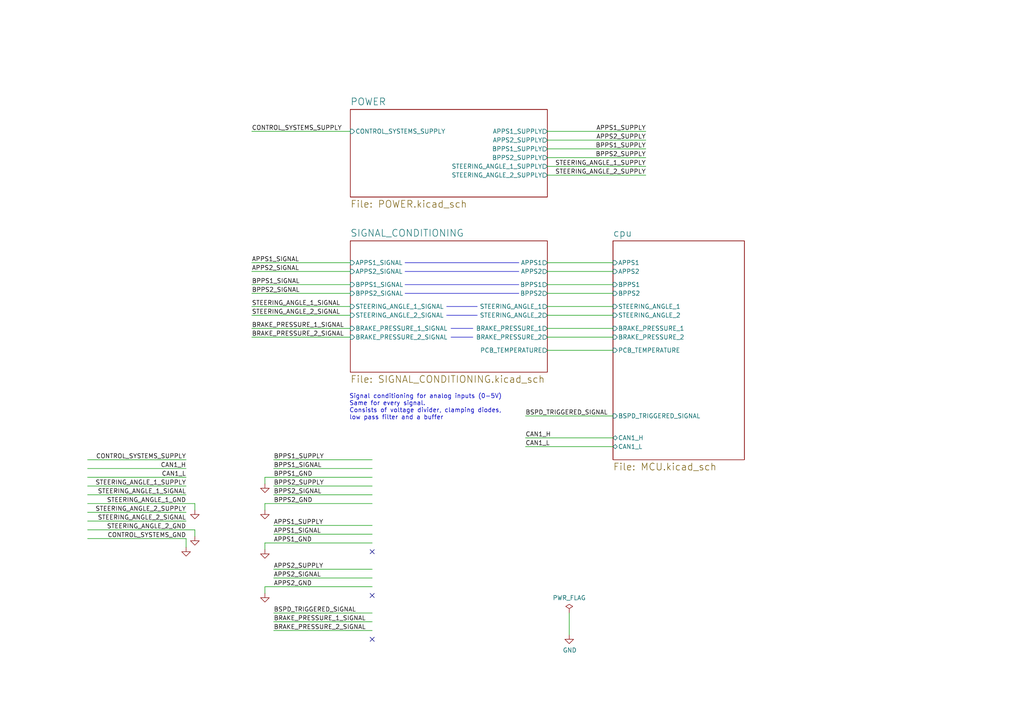
<source format=kicad_sch>
(kicad_sch (version 20230121) (generator eeschema)
  (paper "A4")
  (title_block (title "VEHICLE MEASUREMENT UNIT (VMU)") (date "2020-05-05") (rev "1.0") (company "KTH FORMULA STUDENT") (comment 1 "DeV17/Dev18") (comment 2 "PHILIP LIND") (comment 3 "PHILIND@KTH.SE"))
  (lib_symbols
    (symbol "power:GND" (power) (pin_names (offset 0))
      (property "Value" "GND" (at 0 -3.81 0))
      (symbol "GND_0_1"
        (polyline (pts (xy 0 0) (xy 0 -1.27) (xy 1.27 -1.27) (xy 0 -2.54) (xy -1.27 -1.27) (xy 0 -1.27)))
      )
      (symbol "GND_1_1"
        (pin power_in line (at 0 0 270) (length 0) hide (name "GND") (number "1"))
      )
    )
    (symbol "power:PWR_FLAG" (power) (pin_numbers hide) (pin_names (offset 0) hide)
      (property "Value" "PWR_FLAG" (at 0 3.81 0))
      (symbol "PWR_FLAG_0_0"
        (pin power_out line (at 0 0 90) (length 0) (name "pwr") (number "1"))
      )
      (symbol "PWR_FLAG_0_1"
        (polyline (pts (xy 0 0) (xy 0 1.27) (xy -1.016 1.905) (xy 0 2.54) (xy 1.016 1.905) (xy 0 1.27)))
      )
    )
  )
  (no_connect (at 107.95 160.02))
  (no_connect (at 107.95 185.42))
  (no_connect (at 107.95 172.72))
  (wire (pts (xy 76.835 140.335) (xy 76.835 138.43)))
  (wire (pts (xy 158.75 45.72) (xy 187.325 45.72)))
  (wire (pts (xy 76.835 170.18) (xy 107.95 170.18)))
  (wire (pts (xy 53.975 143.51) (xy 25.4 143.51)))
  (wire (pts (xy 177.8 91.44) (xy 158.75 91.44)))
  (wire (pts (xy 158.75 38.1) (xy 187.325 38.1)))
  (wire (pts (xy 53.975 158.75) (xy 53.975 156.21)))
  (wire (pts (xy 76.835 138.43) (xy 107.95 138.43)))
  (wire (pts (xy 73.025 97.79) (xy 101.6 97.79)))
  (wire (pts (xy 73.025 88.9) (xy 101.6 88.9)))
  (wire (pts (xy 158.75 43.18) (xy 187.325 43.18)))
  (polyline (pts (xy 117.475 82.55) (xy 150.495 82.55)))
  (wire (pts (xy 152.4 129.54) (xy 177.8 129.54)))
  (wire (pts (xy 76.835 157.48) (xy 107.95 157.48)))
  (wire (pts (xy 25.4 138.43) (xy 53.975 138.43)))
  (wire (pts (xy 158.75 40.64) (xy 187.325 40.64)))
  (polyline (pts (xy 137.16 97.79) (xy 130.81 97.79)))
  (wire (pts (xy 158.75 95.25) (xy 177.8 95.25)))
  (wire (pts (xy 158.75 50.8) (xy 187.325 50.8)))
  (wire (pts (xy 25.4 156.21) (xy 53.975 156.21)))
  (wire (pts (xy 165.1 184.15) (xy 165.1 177.8)))
  (wire (pts (xy 73.025 78.74) (xy 101.6 78.74)))
  (wire (pts (xy 73.025 76.2) (xy 101.6 76.2)))
  (wire (pts (xy 79.375 165.1) (xy 107.95 165.1)))
  (wire (pts (xy 73.025 85.09) (xy 101.6 85.09)))
  (wire (pts (xy 76.835 147.955) (xy 76.835 146.05)))
  (wire (pts (xy 79.375 177.8) (xy 107.95 177.8)))
  (wire (pts (xy 73.025 91.44) (xy 101.6 91.44)))
  (wire (pts (xy 25.4 133.35) (xy 53.975 133.35)))
  (wire (pts (xy 79.375 135.89) (xy 107.95 135.89)))
  (wire (pts (xy 76.835 159.385) (xy 76.835 157.48)))
  (wire (pts (xy 158.75 76.2) (xy 177.8 76.2)))
  (wire (pts (xy 56.515 147.955) (xy 56.515 146.05)))
  (polyline (pts (xy 138.43 91.44) (xy 129.54 91.44)))
  (wire (pts (xy 73.025 82.55) (xy 101.6 82.55)))
  (wire (pts (xy 152.4 127) (xy 177.8 127)))
  (wire (pts (xy 79.375 154.94) (xy 107.95 154.94)))
  (polyline (pts (xy 129.54 88.9) (xy 138.43 88.9)))
  (polyline (pts (xy 150.495 85.09) (xy 117.475 85.09)))
  (wire (pts (xy 158.75 82.55) (xy 177.8 82.55)))
  (polyline (pts (xy 117.475 76.2) (xy 150.495 76.2)))
  (wire (pts (xy 177.8 85.09) (xy 158.75 85.09)))
  (wire (pts (xy 158.75 101.6) (xy 177.8 101.6)))
  (wire (pts (xy 152.4 120.65) (xy 177.8 120.65)))
  (polyline (pts (xy 130.81 95.25) (xy 137.16 95.25)))
  (wire (pts (xy 79.375 180.34) (xy 107.95 180.34)))
  (wire (pts (xy 79.375 143.51) (xy 107.95 143.51)))
  (wire (pts (xy 177.8 78.74) (xy 158.75 78.74)))
  (wire (pts (xy 73.025 38.1) (xy 101.6 38.1)))
  (wire (pts (xy 25.4 153.67) (xy 56.515 153.67)))
  (wire (pts (xy 177.8 97.79) (xy 158.75 97.79)))
  (wire (pts (xy 79.375 140.97) (xy 107.95 140.97)))
  (wire (pts (xy 76.835 146.05) (xy 107.95 146.05)))
  (polyline (pts (xy 150.495 78.74) (xy 117.475 78.74)))
  (wire (pts (xy 79.375 152.4) (xy 107.95 152.4)))
  (wire (pts (xy 158.75 88.9) (xy 177.8 88.9)))
  (wire (pts (xy 76.835 172.085) (xy 76.835 170.18)))
  (wire (pts (xy 56.515 153.67) (xy 56.515 155.575)))
  (wire (pts (xy 79.375 167.64) (xy 107.95 167.64)))
  (wire (pts (xy 79.375 133.35) (xy 107.95 133.35)))
  (wire (pts (xy 25.4 148.59) (xy 53.975 148.59)))
  (wire (pts (xy 25.4 135.89) (xy 53.975 135.89)))
  (wire (pts (xy 73.025 95.25) (xy 101.6 95.25)))
  (wire (pts (xy 53.975 151.13) (xy 25.4 151.13)))
  (wire (pts (xy 158.75 48.26) (xy 187.325 48.26)))
  (wire (pts (xy 25.4 140.97) (xy 53.975 140.97)))
  (wire (pts (xy 25.4 146.05) (xy 56.515 146.05)))
  (wire (pts (xy 79.375 182.88) (xy 107.95 182.88)))
  (text " Signal conditioning for analog inputs (0-5V)\n Same for every signal.\n Consists of voltage divider, clamping diodes,\n low pass filter and a buffer" (at 100.33 121.92 0) (effects (font (size 1.27 1.27)) (justify left bottom)))
  (label "BPPS1_SUPPLY" (at 79.375 133.35 0))
  (label "STEERING_ANGLE_1_SUPPLY" (at 53.975 140.97 180))
  (label "STEERING_ANGLE_1_GND" (at 53.975 146.05 180))
  (label "APPS1_SUPPLY" (at 79.375 152.4 0))
  (label "CAN1_L" (at 53.975 138.43 180))
  (label "BPPS2_SIGNAL" (at 73.025 85.09 0))
  (label "BPPS1_SUPPLY" (at 187.325 43.18 180))
  (label "BRAKE_PRESSURE_2_SIGNAL" (at 73.025 97.79 0))
  (label "STEERING_ANGLE_2_SUPPLY" (at 53.975 148.59 180))
  (label "STEERING_ANGLE_2_SIGNAL" (at 73.025 91.44 0))
  (label "STEERING_ANGLE_2_GND" (at 53.975 153.67 180))
  (label "CONTROL_SYSTEMS_GND" (at 53.975 156.21 180))
  (label "APPS1_SIGNAL" (at 73.025 76.2 0))
  (label "BRAKE_PRESSURE_2_SIGNAL" (at 79.375 182.88 0))
  (label "BPPS2_SUPPLY" (at 187.325 45.72 180))
  (label "APPS2_SIGNAL" (at 73.025 78.74 0))
  (label "BPPS1_SIGNAL" (at 73.025 82.55 0))
  (label "APPS2_SUPPLY" (at 187.325 40.64 180))
  (label "CAN1_H" (at 152.4 127 0))
  (label "CAN1_H" (at 53.975 135.89 180))
  (label "APPS2_SUPPLY" (at 79.375 165.1 0))
  (label "BPPS2_SIGNAL" (at 79.375 143.51 0))
  (label "BPPS2_GND" (at 79.375 146.05 0))
  (label "BPPS1_SIGNAL" (at 79.375 135.89 0))
  (label "BPPS1_GND" (at 79.375 138.43 0))
  (label "CONTROL_SYSTEMS_SUPPLY" (at 73.025 38.1 0))
  (label "STEERING_ANGLE_2_SUPPLY" (at 187.325 50.8 180))
  (label "APPS1_GND" (at 79.375 157.48 0))
  (label "STEERING_ANGLE_1_SIGNAL" (at 53.975 143.51 180))
  (label "BSPD_TRIGGERED_SIGNAL" (at 79.375 177.8 0))
  (label "APPS2_GND" (at 79.375 170.18 0))
  (label "CONTROL_SYSTEMS_SUPPLY" (at 53.975 133.35 180))
  (label "APPS1_SIGNAL" (at 79.375 154.94 0))
  (label "BSPD_TRIGGERED_SIGNAL" (at 152.4 120.65 0))
  (label "STEERING_ANGLE_1_SUPPLY" (at 187.325 48.26 180))
  (label "STEERING_ANGLE_2_SIGNAL" (at 53.975 151.13 180))
  (label "APPS1_SUPPLY" (at 187.325 38.1 180))
  (label "STEERING_ANGLE_1_SIGNAL" (at 73.025 88.9 0))
  (label "CAN1_L" (at 152.4 129.54 0))
  (label "BRAKE_PRESSURE_1_SIGNAL" (at 79.375 180.34 0))
  (label "APPS2_SIGNAL" (at 79.375 167.64 0))
  (label "BRAKE_PRESSURE_1_SIGNAL" (at 73.025 95.25 0))
  (label "BPPS2_SUPPLY" (at 79.375 140.97 0))
  (symbol (lib_id "Connector:Conn_01x04_Male") (at 113.03 167.64 0) (mirror y) (unit 1)
    (property "Reference" "J4" (at 113.03 163.195 0) (effects (justify left)))
    (property "Value" "Conn_01x04_Female" (effects hide))
    (property "Footprint" "KTHFS:Wurth-WTB_2.54_male_vert_4" (effects hide))
  )
  (symbol (lib_id "Connector:Conn_01x04_Male") (at 113.03 154.94 0) (mirror y) (unit 1)
    (property "Reference" "J3" (at 113.03 150.495 0) (effects (justify left)))
    (property "Value" "Conn_01x04_Male" (effects hide))
    (property "Footprint" "KTHFS:Wurth-WTB_2.54_male_vert_4" (effects hide))
  )
  (symbol (lib_id "Connector:Conn_01x06_Male") (at 113.03 138.43 0) (mirror y) (unit 1)
    (property "Reference" "J2" (at 113.03 131.445 0) (effects (justify left)))
    (property "Value" "Conn_01x06_Female" (effects hide))
    (property "Footprint" "KTHFS:Wurth-WTB_2.54_male_vert_6" (effects hide))
  )
  (symbol (lib_id "Connector:Conn_01x04_Female") (at 113.03 180.34 0) (unit 1)
    (property "Reference" "J5" (at 111.125 175.895 0) (effects (justify left)))
    (property "Value" "Conn_01x04_Female" (effects hide))
    (property "Footprint" "KTHFS:Wurth-MM_female_4" (effects hide))
  )
  (symbol (lib_id "Connector:Conn_01x10_Female") (at 20.32 143.51 0) (mirror y) (unit 1)
    (property "Reference" "J1" (at 22.225 131.445 0) (effects (justify left)))
    (property "Value" "Conn_01x10_Female" (effects hide))
    (property "Footprint" "KTHFS:Wurth-MM_female_10" (effects hide))
  )
  (symbol (lib_id "power:GND") (at 53.975 158.75 0) (mirror y) (unit 1)
    (property "Reference" "#PWR0101" (effects hide))
    (property "Value" "GND" (effects hide))
  )
  (symbol (lib_id "power:GND") (at 165.1 184.15 0) (mirror y) (unit 1)
    (property "Reference" "#PWR0102" (effects hide))
    (property "Value" "GND" (at 163.195 188.595 0) (effects (justify right)))
  )
  (symbol (lib_id "power:PWR_FLAG") (at 165.1 177.8 0) (unit 1)
    (property "Reference" "#FLG0101" (effects hide))
    (property "Value" "PWR_FLAG" (at 165.1 173.4058 0))
  )
  (symbol (lib_id "power:GND") (at 76.835 147.955 0) (mirror y) (unit 1)
    (property "Reference" "#PWR0103" (effects hide))
    (property "Value" "GND" (effects hide))
  )
  (symbol (lib_id "power:GND") (at 76.835 140.335 0) (mirror y) (unit 1)
    (property "Reference" "#PWR0104" (effects hide))
    (property "Value" "GND" (effects hide))
  )
  (symbol (lib_id "power:GND") (at 76.835 159.385 0) (mirror y) (unit 1)
    (property "Reference" "#PWR0105" (effects hide))
    (property "Value" "GND" (effects hide))
  )
  (symbol (lib_id "power:GND") (at 76.835 172.085 0) (mirror y) (unit 1)
    (property "Reference" "#PWR0106" (effects hide))
    (property "Value" "GND" (effects hide))
  )
  (symbol (lib_id "power:GND") (at 56.515 155.575 0) (mirror y) (unit 1)
    (property "Reference" "#PWR0107" (effects hide))
    (property "Value" "GND" (effects hide))
  )
  (symbol (lib_id "power:GND") (at 56.515 147.955 0) (mirror y) (unit 1)
    (property "Reference" "#PWR0108" (effects hide))
    (property "Value" "GND" (effects hide))
  )
  (sheet (at 177.8 69.85) (size 38.1 63.5)
    (property "Sheetname" "cpu" (at 177.8 68.7701 0) (effects (font (size 2.0066 2.0066)) (justify left bottom)))
    (property "Sheetfile" "MCU.kicad_sch" (at 177.8 134.2292 0) (effects (font (size 2.0066 2.0066)) (justify left top)))
    (pin "CAN1_H" bidirectional (at 177.8 127 180))
    (pin "CAN1_L" bidirectional (at 177.8 129.54 180))
    (pin "APPS1" input (at 177.8 76.2 180))
    (pin "APPS2" input (at 177.8 78.74 180))
    (pin "BPPS1" input (at 177.8 82.55 180))
    (pin "BPPS2" input (at 177.8 85.09 180))
    (pin "BRAKE_PRESSURE_2" input (at 177.8 97.79 180))
    (pin "BRAKE_PRESSURE_1" input (at 177.8 95.25 180))
    (pin "STEERING_ANGLE_1" input (at 177.8 88.9 180))
    (pin "STEERING_ANGLE_2" input (at 177.8 91.44 180))
    (pin "PCB_TEMPERATURE" input (at 177.8 101.6 180))
    (pin "BSPD_TRIGGERED_SIGNAL" input (at 177.8 120.65 180))
  )
  (sheet (at 101.6 69.85) (size 57.15 38.1)
    (property "Sheetname" "SIGNAL_CONDITIONING" (at 101.6 68.7701 0) (effects (font (size 2.0066 2.0066)) (justify left bottom)))
    (property "Sheetfile" "SIGNAL_CONDITIONING.kicad_sch" (at 101.6 108.8292 0) (effects (font (size 2.0066 2.0066)) (justify left top)))
    (pin "APPS2_SIGNAL" input (at 101.6 78.74 180))
    (pin "APPS1_SIGNAL" input (at 101.6 76.2 180))
    (pin "BPPS2_SIGNAL" input (at 101.6 85.09 180))
    (pin "BPPS1_SIGNAL" input (at 101.6 82.55 180))
    (pin "STEERING_ANGLE_2_SIGNAL" input (at 101.6 91.44 180))
    (pin "BRAKE_PRESSURE_1_SIGNAL" input (at 101.6 95.25 180))
    (pin "BRAKE_PRESSURE_2_SIGNAL" input (at 101.6 97.79 180))
    (pin "STEERING_ANGLE_1_SIGNAL" input (at 101.6 88.9 180))
    (pin "APPS1" output (at 158.75 76.2 0))
    (pin "BPPS2" output (at 158.75 85.09 0))
    (pin "BPPS1" output (at 158.75 82.55 0))
    (pin "STEERING_ANGLE_2" output (at 158.75 91.44 0))
    (pin "STEERING_ANGLE_1" output (at 158.75 88.9 0))
    (pin "BRAKE_PRESSURE_1" output (at 158.75 95.25 0))
    (pin "BRAKE_PRESSURE_2" output (at 158.75 97.79 0))
    (pin "PCB_TEMPERATURE" output (at 158.75 101.6 0))
    (pin "APPS2" output (at 158.75 78.74 0))
  )
  (sheet (at 101.6 31.75) (size 57.15 25.4)
    (property "Sheetname" "POWER" (at 101.6 30.6701 0) (effects (font (size 2.0066 2.0066)) (justify left bottom)))
    (property "Sheetfile" "POWER.kicad_sch" (at 101.6 58.0292 0) (effects (font (size 2.0066 2.0066)) (justify left top)))
    (pin "CONTROL_SYSTEMS_SUPPLY" input (at 101.6 38.1 180))
    (pin "APPS1_SUPPLY" output (at 158.75 38.1 0))
    (pin "APPS2_SUPPLY" output (at 158.75 40.64 0))
    (pin "BPPS1_SUPPLY" output (at 158.75 43.18 0))
    (pin "BPPS2_SUPPLY" output (at 158.75 45.72 0))
    (pin "STEERING_ANGLE_1_SUPPLY" output (at 158.75 48.26 0))
    (pin "STEERING_ANGLE_2_SUPPLY" output (at 158.75 50.8 0))
  )
)
</source>
